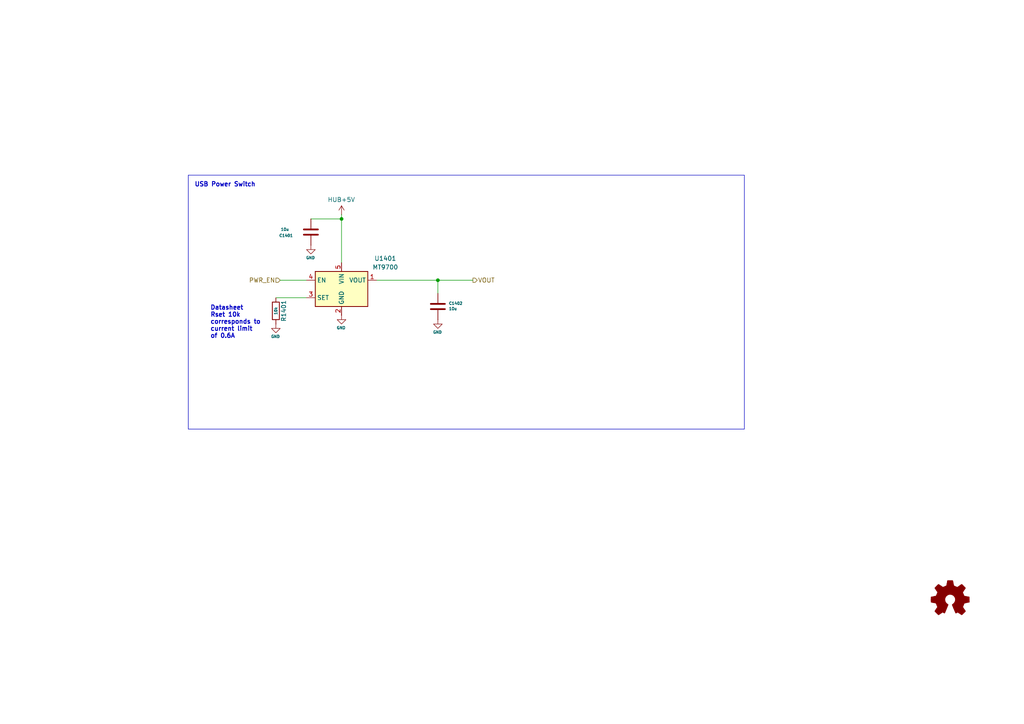
<source format=kicad_sch>
(kicad_sch (version 20250114) (generator "eeschema") (generator_version "9.0")
  (paper "A4")
  (title_block (title "Octoprobe tentacle") (date "2025-09-02") (rev "0.5") (company "Hans Märki, Märki Informatik") (comment 1 "The MIT License (MIT)"))
  (lib_symbols
    (symbol "00_project_library:C" (pin_numbers (hide yes)) (pin_names (offset 0.254))
      (property "Reference" "C" (at 0.635 2.54 0))
      (property "Value" "C" (at 0.635 -2.54 0))
      (symbol "C_0_1"
        (polyline (pts (xy -2.032 0.762) (xy 2.032 0.762)) (stroke (width 0.508)))
        (polyline (pts (xy -2.032 -0.762) (xy 2.032 -0.762)) (stroke (width 0.508)))
      )
      (symbol "C_1_1"
        (pin passive line (at 0 3.81 270) (length 2.794) (name "~") (number "1"))
        (pin passive line (at 0 -3.81 90) (length 2.794) (name "~") (number "2"))
      )
    )
    (symbol "00_project_library:MT9700"
      (property "Reference" "U" (at -7.62 6.35 0))
      (property "Value" "MT9700" (at 1.27 6.35 0))
      (symbol "MT9700_0_1"
        (rectangle (start -7.62 5.08) (end 7.62 -5.08) (stroke (width 0.254)) (fill (type background)))
      )
      (symbol "MT9700_1_1"
        (pin input line (at -10.16 2.54 0) (length 2.54) (name "EN") (number "4"))
        (pin input line (at -10.16 -2.54 0) (length 2.54) (name "SET") (number "3"))
        (pin power_in line (at 0 7.62 270) (length 2.54) (name "VIN") (number "5"))
        (pin power_in line (at 0 -7.62 90) (length 2.54) (name "GND") (number "2"))
        (pin power_out line (at 10.16 2.54 180) (length 2.54) (name "VOUT") (number "1"))
      )
    )
    (symbol "Device:R" (pin_numbers (hide yes)) (pin_names (offset 0))
      (property "Reference" "R" (at 2.032 0 90))
      (property "Value" "R" (at 0 0 90))
      (symbol "R_0_1"
        (rectangle (start -1.016 -2.54) (end 1.016 2.54) (stroke (width 0.254)))
      )
      (symbol "R_1_1"
        (pin passive line (at 0 3.81 270) (length 1.27) (name "~") (number "1"))
        (pin passive line (at 0 -3.81 90) (length 1.27) (name "~") (number "2"))
      )
    )
    (symbol "Graphic:Logo_Open_Hardware_Small" (in_bom no) (on_board no)
      (symbol "Logo_Open_Hardware_Small_0_1"
        (polyline (pts (xy 3.3528 -4.3434) (xy 3.302 -4.318) (xy 3.175 -4.2418) (xy 2.9972 -4.1148) (xy 2.7686 -3.9624) (xy 2.54 -3.81) (xy 2.3622 -3.7084) (xy 2.2352 -3.6068) (xy 2.1844 -3.5814) (xy 2.159 -3.6068) (xy 2.0574 -3.6576) (xy 1.905 -3.7338) (xy 1.8034 -3.7846) (xy 1.6764 -3.8354) (xy 1.6002 -3.8354) (xy 1.6002 -3.8354) (xy 1.5494 -3.7338) (xy 1.4732 -3.5306) (xy 1.3462 -3.302) (xy 1.2446 -3.0226) (xy 1.1176 -2.7178) (xy 0.9652 -2.413) (xy 0.8636 -2.1082) (xy 0.7366 -1.8288) (xy 0.6604 -1.6256) (xy 0.6096 -1.4732) (xy 0.5842 -1.397) (xy 0.5842 -1.397) (xy 0.6604 -1.3208) (xy 0.7874 -1.2446) (xy 1.0414 -1.016) (xy 1.2954 -0.6858) (xy 1.4478 -0.3302) (xy 1.524 0.0762) (xy 1.4732 0.4572) (xy 1.3208 0.8128) (xy 1.0668 1.143) (xy 0.762 1.3716) (xy 0.4064 1.524) (xy 0 1.5748) (xy -0.381 1.5494) (xy -0.7366 1.397) (xy -1.0668 1.143) (xy -1.2192 0.9906) (xy -1.397 0.6604) (xy -1.524 0.3048) (xy -1.524 0.2286) (xy -1.4986 -0.1778) (xy -1.397 -0.5334) (xy -1.1938 -0.8636) (xy -0.9144 -1.143) (xy -0.8636 -1.1684) (xy -0.7366 -1.27) (xy -0.635 -1.3462) (xy -0.5842 -1.397) (xy -1.0668 -2.5908) (xy -1.143 -2.794) (xy -1.2954 -3.1242) (xy -1.397 -3.4036) (xy -1.4986 -3.6322) (xy -1.5748 -3.7846) (xy -1.6002 -3.8354) (xy -1.6002 -3.8354) (xy -1.651 -3.8354) (xy -1.7272 -3.81) (xy -1.905 -3.7338) (xy -2.0066 -3.683) (xy -2.1336 -3.6068) (xy -2.2098 -3.5814) (xy -2.2606 -3.6068) (xy -2.3622 -3.683) (xy -2.54 -3.81) (xy -2.7686 -3.9624) (xy -2.9718 -4.0894) (xy -3.1496 -4.2164) (xy -3.302 -4.318) (xy -3.3528 -4.3434) (xy -3.3782 -4.3434) (xy -3.429 -4.318) (xy -3.5306 -4.2164) (xy -3.7084 -4.064) (xy -3.937 -3.8354) (xy -3.9624 -3.81) (xy -4.1656 -3.6068) (xy -4.318 -3.4544) (xy -4.4196 -3.3274) (xy -4.445 -3.2766) (xy -4.445 -3.2766) (xy -4.4196 -3.2258) (xy -4.318 -3.0734) (xy -4.2164 -2.8956) (xy -4.064 -2.667) (xy -3.6576 -2.0828) (xy -3.8862 -1.5494) (xy -3.937 -1.3716) (xy -4.0386 -1.1684) (xy -4.0894 -1.0414) (xy -4.1148 -0.9652) (xy -4.191 -0.9398) (xy -4.318 -0.9144) (xy -4.5466 -0.8636) (xy -4.8006 -0.8128) (xy -5.0546 -0.7874) (xy -5.2578 -0.7366) (xy -5.4356 -0.7112) (xy -5.5118 -0.6858) (xy -5.5118 -0.6858) (xy -5.5372 -0.635) (xy -5.5372 -0.5588) (xy -5.5372 -0.4318) (xy -5.5626 -0.2286) (xy -5.5626 0.0762) (xy -5.5626 0.127) (xy -5.5372 0.4064) (xy -5.5372 0.635) (xy -5.5372 0.762) (xy -5.5372 0.8382) (xy -5.5372 0.8382) (xy -5.461 0.8382) (xy -5.3086 0.889) (xy -5.08 0.9144) (xy -4.826 0.9652) (xy -4.8006 0.9906) (xy -4.5466 1.0414) (xy -4.318 1.0668) (xy -4.1656 1.1176) (xy -4.0894 1.143) (xy -4.0894 1.143) (xy -4.0386 1.2446) (xy -3.9624 1.4224) (xy -3.8608 1.6256) (xy -3.7846 1.8288) (xy -3.7084 2.0066) (xy -3.6576 2.159) (xy -3.6322 2.2098) (xy -3.6322 2.2098) (xy -3.683 2.286) (xy -3.7592 2.413) (xy -3.8862 2.5908) (xy -4.064 2.8194) (xy -4.064 2.8448) (xy -4.2164 3.0734) (xy -4.3434 3.2512) (xy -4.4196 3.3782) (xy -4.445 3.4544) (xy -4.445 3.4544) (xy -4.3942 3.5052) (xy -4.2926 3.6322) (xy -4.1148 3.81) (xy -3.937 4.0132) (xy -3.8608 4.064) (xy -3.6576 4.2926) (xy -3.5052 4.4196) (xy -3.4036 4.4958) (xy -3.3528 4.5212) (xy -3.3528 4.5212) (xy -3.302 4.4704) (xy -3.1496 4.3688) (xy -2.9718 4.2418) (xy -2.7432 4.0894) (xy -2.7178 4.0894) (xy -2.4892 3.937) (xy -2.3114 3.81) (xy -2.1844 3.7084) (xy -2.1336 3.683) (xy -2.1082 3.683) (xy -2.032 3.7084) (xy -1.8542 3.7592) (xy -1.6764 3.8354) (xy -1.4732 3.937) (xy -1.27 4.0132) (xy -1.143 4.064) (xy -1.0668 4.1148) (xy -1.0668 4.1148) (xy -1.0414 4.191) (xy -1.016 4.3434) (xy -0.9652 4.572) (xy -0.9144 4.8514) (xy -0.889 4.9022) (xy -0.8382 5.1562) (xy -0.8128 5.3848) (xy -0.7874 5.5372) (xy -0.762 5.588) (xy -0.7112 5.6134) (xy -0.5842 5.6134) (xy -0.4064 5.6134) (xy -0.1524 5.6134) (xy 0.0762 5.6134) (xy 0.3302 5.6134) (xy 0.5334 5.6134) (xy 0.6858 5.588) (xy 0.7366 5.588) (xy 0.7366 5.588) (xy 0.762 5.5118) (xy 0.8128 5.334) (xy 0.8382 5.1054) (xy 0.9144 4.826) (xy 0.9144 4.7752) (xy 0.9652 4.5212) (xy 1.016 4.2926) (xy 1.0414 4.1402) (xy 1.0668 4.0894) (xy 1.0668 4.0894) (xy 1.1938 4.0386) (xy 1.3716 3.9624) (xy 1.5748 3.8608) (xy 2.0828 3.6576) (xy 2.7178 4.0894) (xy 2.7686 4.1402) (xy 2.9972 4.2926) (xy 3.175 4.4196) (xy 3.302 4.4958) (xy 3.3782 4.5212) (xy 3.3782 4.5212) (xy 3.429 4.4704) (xy 3.556 4.3434) (xy 3.7338 4.191) (xy 3.9116 3.9878) (xy 4.064 3.8354) (xy 4.2418 3.6576) (xy 4.3434 3.556) (xy 4.4196 3.4798) (xy 4.4196 3.429) (xy 4.4196 3.4036) (xy 4.3942 3.3274) (xy 4.2926 3.2004) (xy 4.1656 2.9972) (xy 4.0132 2.794) (xy 3.8862 2.5908) (xy 3.7592 2.3876) (xy 3.6576 2.2352) (xy 3.6322 2.159) (xy 3.6322 2.1336) (xy 3.683 2.0066) (xy 3.7592 1.8288) (xy 3.8608 1.6002) (xy 4.064 1.1176) (xy 4.3942 1.0414) (xy 4.5974 1.016) (xy 4.8768 0.9652) (xy 5.1308 0.9144) (xy 5.5372 0.8382) (xy 5.5626 -0.6604) (xy 5.4864 -0.6858) (xy 5.4356 -0.6858) (xy 5.2832 -0.7366) (xy 5.0546 -0.762) (xy 4.8006 -0.8128) (xy 4.5974 -0.8636) (xy 4.3688 -0.9144) (xy 4.2164 -0.9398) (xy 4.1402 -0.9398) (xy 4.1148 -0.9652) (xy 4.064 -1.0668) (xy 3.9878 -1.2446) (xy 3.9116 -1.4478) (xy 3.81 -1.651) (xy 3.7338 -1.8542) (xy 3.683 -2.0066) (xy 3.6576 -2.0828) (xy 3.683 -2.1336) (xy 3.7846 -2.2606) (xy 3.8862 -2.4638) (xy 4.0386 -2.667) (xy 4.191 -2.8956) (xy 4.318 -3.0734) (xy 4.3942 -3.2004) (xy 4.445 -3.2766) (xy 4.4196 -3.3274) (xy 4.3434 -3.429) (xy 4.1656 -3.5814) (xy 3.937 -3.8354) (xy 3.8862 -3.8608) (xy 3.683 -4.064) (xy 3.5306 -4.2164) (xy 3.4036 -4.318) (xy 3.3528 -4.3434)) (fill (type outline)))
      )
    )
    (symbol "power:+5V" (power) (pin_numbers (hide yes)) (pin_names (offset 0) (hide yes))
      (property "Value" "+5V" (at 0 3.556 0))
      (symbol "+5V_0_1"
        (polyline (pts (xy -0.762 1.27) (xy 0 2.54)))
        (polyline (pts (xy 0 2.54) (xy 0.762 1.27)))
        (polyline (pts (xy 0 0) (xy 0 2.54)))
      )
      (symbol "+5V_1_1"
        (pin power_in line (at 0 0 90) (length 0) (name "~") (number "1"))
      )
    )
    (symbol "power:GND" (power) (pin_numbers (hide yes)) (pin_names (offset 0) (hide yes))
      (property "Value" "GND" (at 0 -3.81 0))
      (symbol "GND_0_1"
        (polyline (pts (xy 0 0) (xy 0 -1.27) (xy 1.27 -1.27) (xy 0 -2.54) (xy -1.27 -1.27) (xy 0 -1.27)))
      )
      (symbol "GND_1_1"
        (pin power_in line (at 0 0 270) (length 0) (name "~") (number "1"))
      )
    )
  )
  (rectangle (start 54.61 50.8) (end 215.9 124.46))
  (text "USB Power Switch" (at 56.388 54.356 0) (effects (font (size 1.27 1.27) (thickness 0.254) (bold yes)) (justify left bottom)))
  (text "Datasheet\nRset 10k\ncorresponds to\ncurrent limit\nof 0.6A" (at 60.96 98.298 0) (effects (font (size 1.27 1.27) (thickness 0.254) (bold yes)) (justify left bottom)))
  (junction (at 127 81.28))
  (junction (at 99.06 63.5))
  (wire (pts (xy 127 85.09) (xy 127 81.28)))
  (wire (pts (xy 81.28 81.28) (xy 88.9 81.28)))
  (wire (pts (xy 99.06 62.23) (xy 99.06 63.5)))
  (wire (pts (xy 90.17 63.5) (xy 99.06 63.5)))
  (wire (pts (xy 127 81.28) (xy 137.16 81.28)))
  (wire (pts (xy 80.01 86.36) (xy 88.9 86.36)))
  (wire (pts (xy 109.22 81.28) (xy 127 81.28)))
  (wire (pts (xy 99.06 63.5) (xy 99.06 76.2)))
  (hierarchical_label "PWR_EN" (shape input) (at 81.28 81.28 180))
  (hierarchical_label "VOUT" (shape output) (at 137.16 81.28 0))
  (symbol (lib_id "00_project_library:C") (at 127 88.9 0) (unit 1)
    (property "Reference" "C402" (at 130.175 87.9856 0) (effects (font (size 0.8 0.8)) (justify left)))
    (property "Value" "10u" (at 130.175 89.535 0) (effects (font (size 0.8 0.8)) (justify left)))
    (property "Footprint" "Capacitor_SMD:C_0603_1608Metric" (effects (hide yes)))
    (property "JLC" "C19702" (effects (hide yes)))
    (property "JLC" "C19702" (effects (hide yes)))
    (instances (project "pcb_octoprobe" (path "" (reference "C1402") (unit 1)) (path "" (reference "C402") (unit 1))))
  )
  (symbol (lib_id "power:GND") (at 99.06 91.44 0) (unit 1)
    (property "Reference" "#PWR0404" (effects (hide yes)))
    (property "Value" "GND" (at 98.933 95.0722 0) (effects (font (size 0.8 0.8))))
    (property "Description" "Power symbol creates a global label with name \"GND\" , ground" (effects (hide yes)))
    (instances (project "pcb_octoprobe" (path "" (reference "#PWR01404") (unit 1)) (path "" (reference "#PWR0404") (unit 1))))
  )
  (symbol (lib_id "Graphic:Logo_Open_Hardware_Small") (at 275.59 173.99 0) (unit 1) (exclude_from_sim yes) (in_bom no) (on_board no)
    (property "Reference" "#SYM401" (effects (hide yes)))
    (property "Value" "Logo_Open_Hardware_Small" (effects (hide yes)))
    (property "Description" "Open Hardware logo, small" (effects (hide yes)))
    (instances (project "pcb_octoprobe" (path "" (reference "#SYM1401") (unit 1)) (path "" (reference "#SYM401") (unit 1))))
  )
  (symbol (lib_id "power:GND") (at 90.17 71.12 0) (unit 1)
    (property "Reference" "#PWR0402" (effects (hide yes)))
    (property "Value" "GND" (at 90.043 74.7522 0) (effects (font (size 0.8 0.8))))
    (property "Description" "Power symbol creates a global label with name \"GND\" , ground" (effects (hide yes)))
    (instances (project "pcb_octoprobe" (path "" (reference "#PWR01402") (unit 1)) (path "" (reference "#PWR0402") (unit 1))))
  )
  (symbol (lib_id "power:GND") (at 80.01 93.98 0) (unit 1)
    (property "Reference" "#PWR0401" (effects (hide yes)))
    (property "Value" "GND" (at 79.883 97.6122 0) (effects (font (size 0.8 0.8))))
    (property "Description" "Power symbol creates a global label with name \"GND\" , ground" (effects (hide yes)))
    (instances (project "pcb_octoprobe" (path "" (reference "#PWR01401") (unit 1)) (path "" (reference "#PWR0401") (unit 1))))
  )
  (symbol (lib_id "power:+5V") (at 99.06 62.23 0) (unit 1)
    (property "Reference" "#PWR0403" (effects (hide yes)))
    (property "Value" "HUB+5V" (at 94.996 57.912 0) (effects (justify left)))
    (property "Description" "Power symbol creates a global label with name \"+5V\"" (effects (hide yes)))
    (instances (project "pcb_octoprobe" (path "" (reference "#PWR01403") (unit 1)) (path "" (reference "#PWR0403") (unit 1))))
  )
  (symbol (lib_id "00_project_library:MT9700") (at 99.06 83.82 0) (unit 1)
    (property "Reference" "U401" (at 111.76 74.9614 0))
    (property "Value" "MT9700" (at 111.76 77.5014 0))
    (property "Footprint" "Package_TO_SOT_SMD:SOT-23-5" (effects (hide yes)))
    (property "Datasheet" "https://wmsc.lcsc.com/wmsc/upload/file/pdf/v2/lcsc/1809291208_XI-AN-Aerosemi-Tech-MT9700_C89855.pdf" (effects (hide yes)))
    (property "Description" "80mΩ, Adjustable Fast Response Current-Limited Power-Distribution Switch, SOT-23-5" (effects (hide yes)))
    (property "JLC" "C89855" (effects (hide yes)))
    (instances (project "pcb_octoprobe" (path "" (reference "U1401") (unit 1)) (path "" (reference "U401") (unit 1))))
  )
  (symbol (lib_id "power:GND") (at 127 92.71 0) (unit 1)
    (property "Reference" "#PWR0405" (effects (hide yes)))
    (property "Value" "GND" (at 126.873 96.3422 0) (effects (font (size 0.8 0.8))))
    (property "Description" "Power symbol creates a global label with name \"GND\" , ground" (effects (hide yes)))
    (instances (project "pcb_octoprobe" (path "" (reference "#PWR01405") (unit 1)) (path "" (reference "#PWR0405") (unit 1))))
  )
  (symbol (lib_id "00_project_library:C") (at 90.17 67.31 180) (unit 1)
    (property "Reference" "C401" (at 84.963 68.326 0) (effects (font (size 0.8 0.8)) (justify left)))
    (property "Value" "10u" (at 83.82 66.548 0) (effects (font (size 0.8 0.8)) (justify left)))
    (property "Footprint" "Capacitor_SMD:C_0603_1608Metric" (effects (hide yes)))
    (property "JLC" "C19702" (effects (hide yes)))
    (property "JLC" "C19702" (effects (hide yes)))
    (instances (project "pcb_octoprobe" (path "" (reference "C1401") (unit 1)) (path "" (reference "C401") (unit 1))))
  )
  (symbol (lib_id "Device:R") (at 80.01 90.17 180) (unit 1)
    (property "Reference" "R401" (at 82.296 90.17 90))
    (property "Value" "10k" (at 80.01 90.17 90) (effects (font (size 0.8 0.8))))
    (property "Footprint" "Resistor_SMD:R_0402_1005Metric" (effects (hide yes)))
    (instances (project "pcb_octoprobe" (path "" (reference "R1401") (unit 1)) (path "" (reference "R401") (unit 1))))
  )
)
</source>
